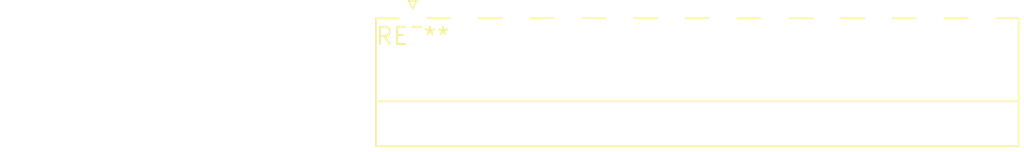
<source format=kicad_pcb>
(kicad_pcb (version 20240108) (generator pcbnew)
  (layers (0 "F.Cu" signal) (31 "B.Cu" signal) (34 "B.Paste" user) (35 "F.Paste" user) (36 "B.SilkS" user "B.Silkscreen") (37 "F.SilkS" user "F.Silkscreen") (38 "B.Mask" user) (39 "F.Mask" user) (44 "Edge.Cuts" user))
  (net 0 "")
  (footprint "PhoenixContact_MC_1,5_12-G-3.81_1x12_P3.81mm_Horizontal" (layer "F.Cu") (at 0 0)
    (property "Reference" "REF**")
    (property "Value" "PhoenixContact_MC_1,5_12-G-3.81_1x12_P3.81mm_Horizontal")
    (fp_line (start -2.71 -1.31) (end -2.71 8.11) (layer "F.SilkS") (stroke (width 0.12)))
    (fp_line (start -2.71 -1.31) (end -1.05 -1.31) (layer "F.SilkS") (stroke (width 0.12)))
    (fp_line (start -2.71 4.8) (end 44.62 4.8) (layer "F.SilkS") (stroke (width 0.12)))
    (fp_line (start -2.71 8.11) (end 44.62 8.11) (layer "F.SilkS") (stroke (width 0.12)))
    (fp_line (start -0.3 -2.6) (end 0.3 -2.6) (layer "F.SilkS") (stroke (width 0.12)))
    (fp_line (start 0 -2) (end -0.3 -2.6) (layer "F.SilkS") (stroke (width 0.12)))
    (fp_line (start 0.3 -2.6) (end 0 -2) (layer "F.SilkS") (stroke (width 0.12)))
    (fp_line (start 1.05 -1.31) (end 2.76 -1.31) (layer "F.SilkS") (stroke (width 0.12)))
    (fp_line (start 4.86 -1.31) (end 6.57 -1.31) (layer "F.SilkS") (stroke (width 0.12)))
    (fp_line (start 8.67 -1.31) (end 10.38 -1.31) (layer "F.SilkS") (stroke (width 0.12)))
    (fp_line (start 12.48 -1.31) (end 14.19 -1.31) (layer "F.SilkS") (stroke (width 0.12)))
    (fp_line (start 16.29 -1.31) (end 18 -1.31) (layer "F.SilkS") (stroke (width 0.12)))
    (fp_line (start 20.1 -1.31) (end 21.81 -1.31) (layer "F.SilkS") (stroke (width 0.12)))
    (fp_line (start 23.91 -1.31) (end 25.62 -1.31) (layer "F.SilkS") (stroke (width 0.12)))
    (fp_line (start 27.72 -1.31) (end 29.43 -1.31) (layer "F.SilkS") (stroke (width 0.12)))
    (fp_line (start 31.53 -1.31) (end 33.24 -1.31) (layer "F.SilkS") (stroke (width 0.12)))
    (fp_line (start 35.34 -1.31) (end 37.05 -1.31) (layer "F.SilkS") (stroke (width 0.12)))
    (fp_line (start 39.15 -1.31) (end 40.86 -1.31) (layer "F.SilkS") (stroke (width 0.12)))
    (fp_line (start 44.62 -1.31) (end 42.96 -1.31) (layer "F.SilkS") (stroke (width 0.12)))
    (fp_line (start 44.62 8.11) (end 44.62 -1.31) (layer "F.SilkS") (stroke (width 0.12)))
    (pad "1" thru_hole roundrect (at 0 0) (size 1.8 3.6) (drill 1.2) (layers *.Cu *.Mask) (remove_unused_layers) (roundrect_rratio 0.138889))
    (pad "2" thru_hole oval (at 3.81 0) (size 1.8 3.6) (drill 1.2) (layers *.Cu *.Mask) (remove_unused_layers))
    (pad "3" thru_hole oval (at 7.62 0) (size 1.8 3.6) (drill 1.2) (layers *.Cu *.Mask) (remove_unused_layers))
    (pad "4" thru_hole oval (at 11.43 0) (size 1.8 3.6) (drill 1.2) (layers *.Cu *.Mask) (remove_unused_layers))
    (pad "5" thru_hole oval (at 15.24 0) (size 1.8 3.6) (drill 1.2) (layers *.Cu *.Mask) (remove_unused_layers))
    (pad "6" thru_hole oval (at 19.05 0) (size 1.8 3.6) (drill 1.2) (layers *.Cu *.Mask) (remove_unused_layers))
    (pad "7" thru_hole oval (at 22.86 0) (size 1.8 3.6) (drill 1.2) (layers *.Cu *.Mask) (remove_unused_layers))
    (pad "8" thru_hole oval (at 26.67 0) (size 1.8 3.6) (drill 1.2) (layers *.Cu *.Mask) (remove_unused_layers))
    (pad "9" thru_hole oval (at 30.48 0) (size 1.8 3.6) (drill 1.2) (layers *.Cu *.Mask) (remove_unused_layers))
    (pad "10" thru_hole oval (at 34.29 0) (size 1.8 3.6) (drill 1.2) (layers *.Cu *.Mask) (remove_unused_layers))
    (pad "11" thru_hole oval (at 38.1 0) (size 1.8 3.6) (drill 1.2) (layers *.Cu *.Mask) (remove_unused_layers))
    (pad "12" thru_hole oval (at 41.91 0) (size 1.8 3.6) (drill 1.2) (layers *.Cu *.Mask) (remove_unused_layers))
  )
)
</source>
